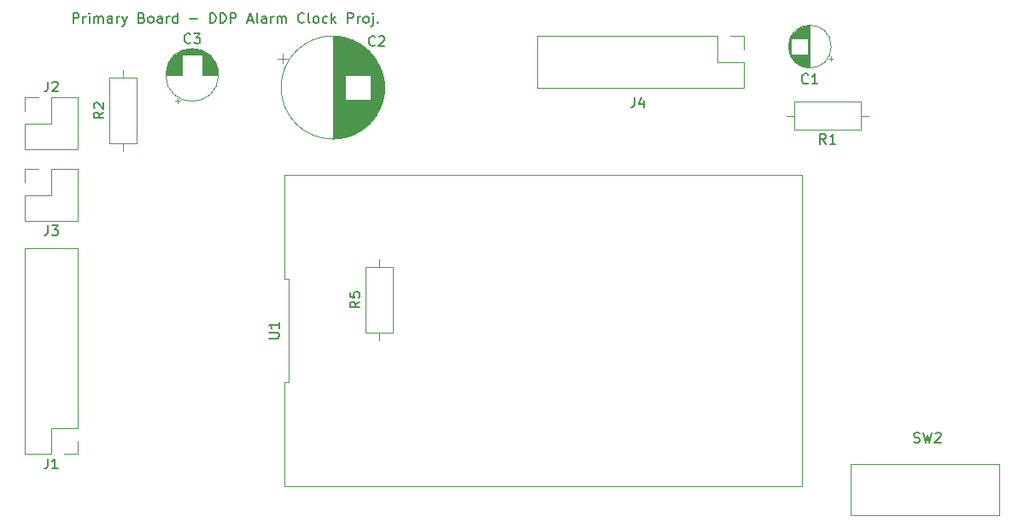
<source format=gbr>
G04 #@! TF.GenerationSoftware,KiCad,Pcbnew,(5.1.5)-3*
G04 #@! TF.CreationDate,2020-01-27T11:44:28-05:00*
G04 #@! TF.ProjectId,Main Board,4d61696e-2042-46f6-9172-642e6b696361,rev?*
G04 #@! TF.SameCoordinates,Original*
G04 #@! TF.FileFunction,Legend,Top*
G04 #@! TF.FilePolarity,Positive*
%FSLAX46Y46*%
G04 Gerber Fmt 4.6, Leading zero omitted, Abs format (unit mm)*
G04 Created by KiCad (PCBNEW (5.1.5)-3) date 2020-01-27 11:44:28*
%MOMM*%
%LPD*%
G04 APERTURE LIST*
%ADD10C,0.150000*%
%ADD11C,0.120000*%
G04 APERTURE END LIST*
D10*
X83456761Y-42362380D02*
X83456761Y-41362380D01*
X83837714Y-41362380D01*
X83932952Y-41410000D01*
X83980571Y-41457619D01*
X84028190Y-41552857D01*
X84028190Y-41695714D01*
X83980571Y-41790952D01*
X83932952Y-41838571D01*
X83837714Y-41886190D01*
X83456761Y-41886190D01*
X84456761Y-42362380D02*
X84456761Y-41695714D01*
X84456761Y-41886190D02*
X84504380Y-41790952D01*
X84551999Y-41743333D01*
X84647238Y-41695714D01*
X84742476Y-41695714D01*
X85075809Y-42362380D02*
X85075809Y-41695714D01*
X85075809Y-41362380D02*
X85028190Y-41410000D01*
X85075809Y-41457619D01*
X85123428Y-41410000D01*
X85075809Y-41362380D01*
X85075809Y-41457619D01*
X85551999Y-42362380D02*
X85551999Y-41695714D01*
X85551999Y-41790952D02*
X85599619Y-41743333D01*
X85694857Y-41695714D01*
X85837714Y-41695714D01*
X85932952Y-41743333D01*
X85980571Y-41838571D01*
X85980571Y-42362380D01*
X85980571Y-41838571D02*
X86028190Y-41743333D01*
X86123428Y-41695714D01*
X86266285Y-41695714D01*
X86361523Y-41743333D01*
X86409142Y-41838571D01*
X86409142Y-42362380D01*
X87313904Y-42362380D02*
X87313904Y-41838571D01*
X87266285Y-41743333D01*
X87171047Y-41695714D01*
X86980571Y-41695714D01*
X86885333Y-41743333D01*
X87313904Y-42314761D02*
X87218666Y-42362380D01*
X86980571Y-42362380D01*
X86885333Y-42314761D01*
X86837714Y-42219523D01*
X86837714Y-42124285D01*
X86885333Y-42029047D01*
X86980571Y-41981428D01*
X87218666Y-41981428D01*
X87313904Y-41933809D01*
X87790095Y-42362380D02*
X87790095Y-41695714D01*
X87790095Y-41886190D02*
X87837714Y-41790952D01*
X87885333Y-41743333D01*
X87980571Y-41695714D01*
X88075809Y-41695714D01*
X88313904Y-41695714D02*
X88551999Y-42362380D01*
X88790095Y-41695714D02*
X88551999Y-42362380D01*
X88456761Y-42600476D01*
X88409142Y-42648095D01*
X88313904Y-42695714D01*
X90266285Y-41838571D02*
X90409142Y-41886190D01*
X90456761Y-41933809D01*
X90504380Y-42029047D01*
X90504380Y-42171904D01*
X90456761Y-42267142D01*
X90409142Y-42314761D01*
X90313904Y-42362380D01*
X89932952Y-42362380D01*
X89932952Y-41362380D01*
X90266285Y-41362380D01*
X90361523Y-41410000D01*
X90409142Y-41457619D01*
X90456761Y-41552857D01*
X90456761Y-41648095D01*
X90409142Y-41743333D01*
X90361523Y-41790952D01*
X90266285Y-41838571D01*
X89932952Y-41838571D01*
X91075809Y-42362380D02*
X90980571Y-42314761D01*
X90932952Y-42267142D01*
X90885333Y-42171904D01*
X90885333Y-41886190D01*
X90932952Y-41790952D01*
X90980571Y-41743333D01*
X91075809Y-41695714D01*
X91218666Y-41695714D01*
X91313904Y-41743333D01*
X91361523Y-41790952D01*
X91409142Y-41886190D01*
X91409142Y-42171904D01*
X91361523Y-42267142D01*
X91313904Y-42314761D01*
X91218666Y-42362380D01*
X91075809Y-42362380D01*
X92266285Y-42362380D02*
X92266285Y-41838571D01*
X92218666Y-41743333D01*
X92123428Y-41695714D01*
X91932952Y-41695714D01*
X91837714Y-41743333D01*
X92266285Y-42314761D02*
X92171047Y-42362380D01*
X91932952Y-42362380D01*
X91837714Y-42314761D01*
X91790095Y-42219523D01*
X91790095Y-42124285D01*
X91837714Y-42029047D01*
X91932952Y-41981428D01*
X92171047Y-41981428D01*
X92266285Y-41933809D01*
X92742476Y-42362380D02*
X92742476Y-41695714D01*
X92742476Y-41886190D02*
X92790095Y-41790952D01*
X92837714Y-41743333D01*
X92932952Y-41695714D01*
X93028190Y-41695714D01*
X93790095Y-42362380D02*
X93790095Y-41362380D01*
X93790095Y-42314761D02*
X93694857Y-42362380D01*
X93504380Y-42362380D01*
X93409142Y-42314761D01*
X93361523Y-42267142D01*
X93313904Y-42171904D01*
X93313904Y-41886190D01*
X93361523Y-41790952D01*
X93409142Y-41743333D01*
X93504380Y-41695714D01*
X93694857Y-41695714D01*
X93790095Y-41743333D01*
X95028190Y-41981428D02*
X95790095Y-41981428D01*
X97028190Y-42362380D02*
X97028190Y-41362380D01*
X97266285Y-41362380D01*
X97409142Y-41410000D01*
X97504380Y-41505238D01*
X97551999Y-41600476D01*
X97599619Y-41790952D01*
X97599619Y-41933809D01*
X97551999Y-42124285D01*
X97504380Y-42219523D01*
X97409142Y-42314761D01*
X97266285Y-42362380D01*
X97028190Y-42362380D01*
X98028190Y-42362380D02*
X98028190Y-41362380D01*
X98266285Y-41362380D01*
X98409142Y-41410000D01*
X98504380Y-41505238D01*
X98551999Y-41600476D01*
X98599619Y-41790952D01*
X98599619Y-41933809D01*
X98551999Y-42124285D01*
X98504380Y-42219523D01*
X98409142Y-42314761D01*
X98266285Y-42362380D01*
X98028190Y-42362380D01*
X99028190Y-42362380D02*
X99028190Y-41362380D01*
X99409142Y-41362380D01*
X99504380Y-41410000D01*
X99551999Y-41457619D01*
X99599619Y-41552857D01*
X99599619Y-41695714D01*
X99551999Y-41790952D01*
X99504380Y-41838571D01*
X99409142Y-41886190D01*
X99028190Y-41886190D01*
X100742476Y-42076666D02*
X101218666Y-42076666D01*
X100647238Y-42362380D02*
X100980571Y-41362380D01*
X101313904Y-42362380D01*
X101790095Y-42362380D02*
X101694857Y-42314761D01*
X101647238Y-42219523D01*
X101647238Y-41362380D01*
X102599619Y-42362380D02*
X102599619Y-41838571D01*
X102551999Y-41743333D01*
X102456761Y-41695714D01*
X102266285Y-41695714D01*
X102171047Y-41743333D01*
X102599619Y-42314761D02*
X102504380Y-42362380D01*
X102266285Y-42362380D01*
X102171047Y-42314761D01*
X102123428Y-42219523D01*
X102123428Y-42124285D01*
X102171047Y-42029047D01*
X102266285Y-41981428D01*
X102504380Y-41981428D01*
X102599619Y-41933809D01*
X103075809Y-42362380D02*
X103075809Y-41695714D01*
X103075809Y-41886190D02*
X103123428Y-41790952D01*
X103171047Y-41743333D01*
X103266285Y-41695714D01*
X103361523Y-41695714D01*
X103694857Y-42362380D02*
X103694857Y-41695714D01*
X103694857Y-41790952D02*
X103742476Y-41743333D01*
X103837714Y-41695714D01*
X103980571Y-41695714D01*
X104075809Y-41743333D01*
X104123428Y-41838571D01*
X104123428Y-42362380D01*
X104123428Y-41838571D02*
X104171047Y-41743333D01*
X104266285Y-41695714D01*
X104409142Y-41695714D01*
X104504380Y-41743333D01*
X104551999Y-41838571D01*
X104551999Y-42362380D01*
X106361523Y-42267142D02*
X106313904Y-42314761D01*
X106171047Y-42362380D01*
X106075809Y-42362380D01*
X105932952Y-42314761D01*
X105837714Y-42219523D01*
X105790095Y-42124285D01*
X105742476Y-41933809D01*
X105742476Y-41790952D01*
X105790095Y-41600476D01*
X105837714Y-41505238D01*
X105932952Y-41410000D01*
X106075809Y-41362380D01*
X106171047Y-41362380D01*
X106313904Y-41410000D01*
X106361523Y-41457619D01*
X106932952Y-42362380D02*
X106837714Y-42314761D01*
X106790095Y-42219523D01*
X106790095Y-41362380D01*
X107456761Y-42362380D02*
X107361523Y-42314761D01*
X107313904Y-42267142D01*
X107266285Y-42171904D01*
X107266285Y-41886190D01*
X107313904Y-41790952D01*
X107361523Y-41743333D01*
X107456761Y-41695714D01*
X107599619Y-41695714D01*
X107694857Y-41743333D01*
X107742476Y-41790952D01*
X107790095Y-41886190D01*
X107790095Y-42171904D01*
X107742476Y-42267142D01*
X107694857Y-42314761D01*
X107599619Y-42362380D01*
X107456761Y-42362380D01*
X108647238Y-42314761D02*
X108551999Y-42362380D01*
X108361523Y-42362380D01*
X108266285Y-42314761D01*
X108218666Y-42267142D01*
X108171047Y-42171904D01*
X108171047Y-41886190D01*
X108218666Y-41790952D01*
X108266285Y-41743333D01*
X108361523Y-41695714D01*
X108551999Y-41695714D01*
X108647238Y-41743333D01*
X109075809Y-42362380D02*
X109075809Y-41362380D01*
X109171047Y-41981428D02*
X109456761Y-42362380D01*
X109456761Y-41695714D02*
X109075809Y-42076666D01*
X110647238Y-42362380D02*
X110647238Y-41362380D01*
X111028190Y-41362380D01*
X111123428Y-41410000D01*
X111171047Y-41457619D01*
X111218666Y-41552857D01*
X111218666Y-41695714D01*
X111171047Y-41790952D01*
X111123428Y-41838571D01*
X111028190Y-41886190D01*
X110647238Y-41886190D01*
X111647238Y-42362380D02*
X111647238Y-41695714D01*
X111647238Y-41886190D02*
X111694857Y-41790952D01*
X111742476Y-41743333D01*
X111837714Y-41695714D01*
X111932952Y-41695714D01*
X112409142Y-42362380D02*
X112313904Y-42314761D01*
X112266285Y-42267142D01*
X112218666Y-42171904D01*
X112218666Y-41886190D01*
X112266285Y-41790952D01*
X112313904Y-41743333D01*
X112409142Y-41695714D01*
X112551999Y-41695714D01*
X112647238Y-41743333D01*
X112694857Y-41790952D01*
X112742476Y-41886190D01*
X112742476Y-42171904D01*
X112694857Y-42267142D01*
X112647238Y-42314761D01*
X112551999Y-42362380D01*
X112409142Y-42362380D01*
X113171047Y-41695714D02*
X113171047Y-42552857D01*
X113123428Y-42648095D01*
X113028190Y-42695714D01*
X112980571Y-42695714D01*
X113171047Y-41362380D02*
X113123428Y-41410000D01*
X113171047Y-41457619D01*
X113218666Y-41410000D01*
X113171047Y-41362380D01*
X113171047Y-41457619D01*
X113647238Y-42267142D02*
X113694857Y-42314761D01*
X113647238Y-42362380D01*
X113599619Y-42314761D01*
X113647238Y-42267142D01*
X113647238Y-42362380D01*
D11*
X104418000Y-78054666D02*
X104418000Y-88367999D01*
X104778000Y-78054666D02*
X104418000Y-78054666D01*
X104778000Y-67741334D02*
X104778000Y-78054666D01*
X104418000Y-67741334D02*
X104778000Y-67741334D01*
X104418000Y-57428000D02*
X104418000Y-67741334D01*
X155678000Y-57428001D02*
X104418000Y-57428000D01*
X155678000Y-88368000D02*
X155678000Y-57428001D01*
X104418000Y-88367999D02*
X155678000Y-88368000D01*
X160528000Y-86106000D02*
X160528000Y-91186000D01*
X160528000Y-91186000D02*
X175260000Y-91186000D01*
X175260000Y-91186000D02*
X175260000Y-86106000D01*
X175260000Y-86106000D02*
X160528000Y-86106000D01*
X149920000Y-43628000D02*
X149920000Y-44958000D01*
X148590000Y-43628000D02*
X149920000Y-43628000D01*
X149920000Y-46228000D02*
X149920000Y-48828000D01*
X147320000Y-46228000D02*
X149920000Y-46228000D01*
X147320000Y-43628000D02*
X147320000Y-46228000D01*
X149920000Y-48828000D02*
X129480000Y-48828000D01*
X147320000Y-43628000D02*
X129480000Y-43628000D01*
X129480000Y-43628000D02*
X129480000Y-48828000D01*
X83880000Y-64710000D02*
X78680000Y-64710000D01*
X83880000Y-82550000D02*
X83880000Y-64710000D01*
X78680000Y-85150000D02*
X78680000Y-64710000D01*
X83880000Y-82550000D02*
X81280000Y-82550000D01*
X81280000Y-82550000D02*
X81280000Y-85150000D01*
X81280000Y-85150000D02*
X78680000Y-85150000D01*
X83880000Y-83820000D02*
X83880000Y-85150000D01*
X83880000Y-85150000D02*
X82550000Y-85150000D01*
X158600000Y-44704000D02*
G75*
G03X158600000Y-44704000I-2120000J0D01*
G01*
X156480000Y-46784000D02*
X156480000Y-42624000D01*
X156440000Y-46784000D02*
X156440000Y-42624000D01*
X156400000Y-46783000D02*
X156400000Y-42625000D01*
X156360000Y-46781000D02*
X156360000Y-42627000D01*
X156320000Y-46778000D02*
X156320000Y-42630000D01*
X156280000Y-46775000D02*
X156280000Y-45544000D01*
X156280000Y-43864000D02*
X156280000Y-42633000D01*
X156240000Y-46771000D02*
X156240000Y-45544000D01*
X156240000Y-43864000D02*
X156240000Y-42637000D01*
X156200000Y-46766000D02*
X156200000Y-45544000D01*
X156200000Y-43864000D02*
X156200000Y-42642000D01*
X156160000Y-46760000D02*
X156160000Y-45544000D01*
X156160000Y-43864000D02*
X156160000Y-42648000D01*
X156120000Y-46754000D02*
X156120000Y-45544000D01*
X156120000Y-43864000D02*
X156120000Y-42654000D01*
X156080000Y-46746000D02*
X156080000Y-45544000D01*
X156080000Y-43864000D02*
X156080000Y-42662000D01*
X156040000Y-46738000D02*
X156040000Y-45544000D01*
X156040000Y-43864000D02*
X156040000Y-42670000D01*
X156000000Y-46729000D02*
X156000000Y-45544000D01*
X156000000Y-43864000D02*
X156000000Y-42679000D01*
X155960000Y-46720000D02*
X155960000Y-45544000D01*
X155960000Y-43864000D02*
X155960000Y-42688000D01*
X155920000Y-46709000D02*
X155920000Y-45544000D01*
X155920000Y-43864000D02*
X155920000Y-42699000D01*
X155880000Y-46698000D02*
X155880000Y-45544000D01*
X155880000Y-43864000D02*
X155880000Y-42710000D01*
X155840000Y-46686000D02*
X155840000Y-45544000D01*
X155840000Y-43864000D02*
X155840000Y-42722000D01*
X155800000Y-46672000D02*
X155800000Y-45544000D01*
X155800000Y-43864000D02*
X155800000Y-42736000D01*
X155759000Y-46658000D02*
X155759000Y-45544000D01*
X155759000Y-43864000D02*
X155759000Y-42750000D01*
X155719000Y-46644000D02*
X155719000Y-45544000D01*
X155719000Y-43864000D02*
X155719000Y-42764000D01*
X155679000Y-46628000D02*
X155679000Y-45544000D01*
X155679000Y-43864000D02*
X155679000Y-42780000D01*
X155639000Y-46611000D02*
X155639000Y-45544000D01*
X155639000Y-43864000D02*
X155639000Y-42797000D01*
X155599000Y-46593000D02*
X155599000Y-45544000D01*
X155599000Y-43864000D02*
X155599000Y-42815000D01*
X155559000Y-46574000D02*
X155559000Y-45544000D01*
X155559000Y-43864000D02*
X155559000Y-42834000D01*
X155519000Y-46555000D02*
X155519000Y-45544000D01*
X155519000Y-43864000D02*
X155519000Y-42853000D01*
X155479000Y-46534000D02*
X155479000Y-45544000D01*
X155479000Y-43864000D02*
X155479000Y-42874000D01*
X155439000Y-46512000D02*
X155439000Y-45544000D01*
X155439000Y-43864000D02*
X155439000Y-42896000D01*
X155399000Y-46489000D02*
X155399000Y-45544000D01*
X155399000Y-43864000D02*
X155399000Y-42919000D01*
X155359000Y-46464000D02*
X155359000Y-45544000D01*
X155359000Y-43864000D02*
X155359000Y-42944000D01*
X155319000Y-46439000D02*
X155319000Y-45544000D01*
X155319000Y-43864000D02*
X155319000Y-42969000D01*
X155279000Y-46412000D02*
X155279000Y-45544000D01*
X155279000Y-43864000D02*
X155279000Y-42996000D01*
X155239000Y-46384000D02*
X155239000Y-45544000D01*
X155239000Y-43864000D02*
X155239000Y-43024000D01*
X155199000Y-46354000D02*
X155199000Y-45544000D01*
X155199000Y-43864000D02*
X155199000Y-43054000D01*
X155159000Y-46323000D02*
X155159000Y-45544000D01*
X155159000Y-43864000D02*
X155159000Y-43085000D01*
X155119000Y-46291000D02*
X155119000Y-45544000D01*
X155119000Y-43864000D02*
X155119000Y-43117000D01*
X155079000Y-46256000D02*
X155079000Y-45544000D01*
X155079000Y-43864000D02*
X155079000Y-43152000D01*
X155039000Y-46220000D02*
X155039000Y-45544000D01*
X155039000Y-43864000D02*
X155039000Y-43188000D01*
X154999000Y-46182000D02*
X154999000Y-45544000D01*
X154999000Y-43864000D02*
X154999000Y-43226000D01*
X154959000Y-46142000D02*
X154959000Y-45544000D01*
X154959000Y-43864000D02*
X154959000Y-43266000D01*
X154919000Y-46100000D02*
X154919000Y-45544000D01*
X154919000Y-43864000D02*
X154919000Y-43308000D01*
X154879000Y-46055000D02*
X154879000Y-45544000D01*
X154879000Y-43864000D02*
X154879000Y-43353000D01*
X154839000Y-46008000D02*
X154839000Y-45544000D01*
X154839000Y-43864000D02*
X154839000Y-43400000D01*
X154799000Y-45958000D02*
X154799000Y-45544000D01*
X154799000Y-43864000D02*
X154799000Y-43450000D01*
X154759000Y-45904000D02*
X154759000Y-45544000D01*
X154759000Y-43864000D02*
X154759000Y-43504000D01*
X154719000Y-45846000D02*
X154719000Y-45544000D01*
X154719000Y-43864000D02*
X154719000Y-43562000D01*
X154679000Y-45784000D02*
X154679000Y-45544000D01*
X154679000Y-43864000D02*
X154679000Y-43624000D01*
X154639000Y-45717000D02*
X154639000Y-43691000D01*
X154599000Y-45644000D02*
X154599000Y-43764000D01*
X154559000Y-45563000D02*
X154559000Y-43845000D01*
X154519000Y-45472000D02*
X154519000Y-43936000D01*
X154479000Y-45368000D02*
X154479000Y-44040000D01*
X154439000Y-45241000D02*
X154439000Y-44167000D01*
X154399000Y-45074000D02*
X154399000Y-44334000D01*
X158749801Y-45899000D02*
X158349801Y-45899000D01*
X158549801Y-46099000D02*
X158549801Y-45699000D01*
X114300000Y-48768000D02*
G75*
G03X114300000Y-48768000I-5120000J0D01*
G01*
X109180000Y-43688000D02*
X109180000Y-53848000D01*
X109220000Y-43688000D02*
X109220000Y-53848000D01*
X109260000Y-43688000D02*
X109260000Y-53848000D01*
X109300000Y-43689000D02*
X109300000Y-53847000D01*
X109340000Y-43690000D02*
X109340000Y-53846000D01*
X109380000Y-43691000D02*
X109380000Y-53845000D01*
X109420000Y-43693000D02*
X109420000Y-53843000D01*
X109460000Y-43695000D02*
X109460000Y-53841000D01*
X109500000Y-43698000D02*
X109500000Y-53838000D01*
X109540000Y-43700000D02*
X109540000Y-53836000D01*
X109580000Y-43703000D02*
X109580000Y-53833000D01*
X109620000Y-43706000D02*
X109620000Y-53830000D01*
X109660000Y-43710000D02*
X109660000Y-53826000D01*
X109700000Y-43714000D02*
X109700000Y-53822000D01*
X109740000Y-43718000D02*
X109740000Y-53818000D01*
X109780000Y-43723000D02*
X109780000Y-53813000D01*
X109820000Y-43728000D02*
X109820000Y-53808000D01*
X109860000Y-43733000D02*
X109860000Y-53803000D01*
X109901000Y-43738000D02*
X109901000Y-53798000D01*
X109941000Y-43744000D02*
X109941000Y-53792000D01*
X109981000Y-43750000D02*
X109981000Y-53786000D01*
X110021000Y-43757000D02*
X110021000Y-53779000D01*
X110061000Y-43764000D02*
X110061000Y-53772000D01*
X110101000Y-43771000D02*
X110101000Y-53765000D01*
X110141000Y-43778000D02*
X110141000Y-53758000D01*
X110181000Y-43786000D02*
X110181000Y-53750000D01*
X110221000Y-43794000D02*
X110221000Y-53742000D01*
X110261000Y-43803000D02*
X110261000Y-53733000D01*
X110301000Y-43812000D02*
X110301000Y-53724000D01*
X110341000Y-43821000D02*
X110341000Y-53715000D01*
X110381000Y-43830000D02*
X110381000Y-53706000D01*
X110421000Y-43840000D02*
X110421000Y-53696000D01*
X110461000Y-43850000D02*
X110461000Y-47527000D01*
X110461000Y-50009000D02*
X110461000Y-53686000D01*
X110501000Y-43861000D02*
X110501000Y-47527000D01*
X110501000Y-50009000D02*
X110501000Y-53675000D01*
X110541000Y-43871000D02*
X110541000Y-47527000D01*
X110541000Y-50009000D02*
X110541000Y-53665000D01*
X110581000Y-43883000D02*
X110581000Y-47527000D01*
X110581000Y-50009000D02*
X110581000Y-53653000D01*
X110621000Y-43894000D02*
X110621000Y-47527000D01*
X110621000Y-50009000D02*
X110621000Y-53642000D01*
X110661000Y-43906000D02*
X110661000Y-47527000D01*
X110661000Y-50009000D02*
X110661000Y-53630000D01*
X110701000Y-43918000D02*
X110701000Y-47527000D01*
X110701000Y-50009000D02*
X110701000Y-53618000D01*
X110741000Y-43931000D02*
X110741000Y-47527000D01*
X110741000Y-50009000D02*
X110741000Y-53605000D01*
X110781000Y-43944000D02*
X110781000Y-47527000D01*
X110781000Y-50009000D02*
X110781000Y-53592000D01*
X110821000Y-43957000D02*
X110821000Y-47527000D01*
X110821000Y-50009000D02*
X110821000Y-53579000D01*
X110861000Y-43971000D02*
X110861000Y-47527000D01*
X110861000Y-50009000D02*
X110861000Y-53565000D01*
X110901000Y-43985000D02*
X110901000Y-47527000D01*
X110901000Y-50009000D02*
X110901000Y-53551000D01*
X110941000Y-44000000D02*
X110941000Y-47527000D01*
X110941000Y-50009000D02*
X110941000Y-53536000D01*
X110981000Y-44014000D02*
X110981000Y-47527000D01*
X110981000Y-50009000D02*
X110981000Y-53522000D01*
X111021000Y-44030000D02*
X111021000Y-47527000D01*
X111021000Y-50009000D02*
X111021000Y-53506000D01*
X111061000Y-44045000D02*
X111061000Y-47527000D01*
X111061000Y-50009000D02*
X111061000Y-53491000D01*
X111101000Y-44061000D02*
X111101000Y-47527000D01*
X111101000Y-50009000D02*
X111101000Y-53475000D01*
X111141000Y-44078000D02*
X111141000Y-47527000D01*
X111141000Y-50009000D02*
X111141000Y-53458000D01*
X111181000Y-44094000D02*
X111181000Y-47527000D01*
X111181000Y-50009000D02*
X111181000Y-53442000D01*
X111221000Y-44111000D02*
X111221000Y-47527000D01*
X111221000Y-50009000D02*
X111221000Y-53425000D01*
X111261000Y-44129000D02*
X111261000Y-47527000D01*
X111261000Y-50009000D02*
X111261000Y-53407000D01*
X111301000Y-44147000D02*
X111301000Y-47527000D01*
X111301000Y-50009000D02*
X111301000Y-53389000D01*
X111341000Y-44165000D02*
X111341000Y-47527000D01*
X111341000Y-50009000D02*
X111341000Y-53371000D01*
X111381000Y-44184000D02*
X111381000Y-47527000D01*
X111381000Y-50009000D02*
X111381000Y-53352000D01*
X111421000Y-44204000D02*
X111421000Y-47527000D01*
X111421000Y-50009000D02*
X111421000Y-53332000D01*
X111461000Y-44223000D02*
X111461000Y-47527000D01*
X111461000Y-50009000D02*
X111461000Y-53313000D01*
X111501000Y-44243000D02*
X111501000Y-47527000D01*
X111501000Y-50009000D02*
X111501000Y-53293000D01*
X111541000Y-44264000D02*
X111541000Y-47527000D01*
X111541000Y-50009000D02*
X111541000Y-53272000D01*
X111581000Y-44285000D02*
X111581000Y-47527000D01*
X111581000Y-50009000D02*
X111581000Y-53251000D01*
X111621000Y-44306000D02*
X111621000Y-47527000D01*
X111621000Y-50009000D02*
X111621000Y-53230000D01*
X111661000Y-44328000D02*
X111661000Y-47527000D01*
X111661000Y-50009000D02*
X111661000Y-53208000D01*
X111701000Y-44351000D02*
X111701000Y-47527000D01*
X111701000Y-50009000D02*
X111701000Y-53185000D01*
X111741000Y-44373000D02*
X111741000Y-47527000D01*
X111741000Y-50009000D02*
X111741000Y-53163000D01*
X111781000Y-44397000D02*
X111781000Y-47527000D01*
X111781000Y-50009000D02*
X111781000Y-53139000D01*
X111821000Y-44421000D02*
X111821000Y-47527000D01*
X111821000Y-50009000D02*
X111821000Y-53115000D01*
X111861000Y-44445000D02*
X111861000Y-47527000D01*
X111861000Y-50009000D02*
X111861000Y-53091000D01*
X111901000Y-44470000D02*
X111901000Y-47527000D01*
X111901000Y-50009000D02*
X111901000Y-53066000D01*
X111941000Y-44495000D02*
X111941000Y-47527000D01*
X111941000Y-50009000D02*
X111941000Y-53041000D01*
X111981000Y-44521000D02*
X111981000Y-47527000D01*
X111981000Y-50009000D02*
X111981000Y-53015000D01*
X112021000Y-44547000D02*
X112021000Y-47527000D01*
X112021000Y-50009000D02*
X112021000Y-52989000D01*
X112061000Y-44574000D02*
X112061000Y-47527000D01*
X112061000Y-50009000D02*
X112061000Y-52962000D01*
X112101000Y-44602000D02*
X112101000Y-47527000D01*
X112101000Y-50009000D02*
X112101000Y-52934000D01*
X112141000Y-44630000D02*
X112141000Y-47527000D01*
X112141000Y-50009000D02*
X112141000Y-52906000D01*
X112181000Y-44658000D02*
X112181000Y-47527000D01*
X112181000Y-50009000D02*
X112181000Y-52878000D01*
X112221000Y-44688000D02*
X112221000Y-47527000D01*
X112221000Y-50009000D02*
X112221000Y-52848000D01*
X112261000Y-44718000D02*
X112261000Y-47527000D01*
X112261000Y-50009000D02*
X112261000Y-52818000D01*
X112301000Y-44748000D02*
X112301000Y-47527000D01*
X112301000Y-50009000D02*
X112301000Y-52788000D01*
X112341000Y-44779000D02*
X112341000Y-47527000D01*
X112341000Y-50009000D02*
X112341000Y-52757000D01*
X112381000Y-44811000D02*
X112381000Y-47527000D01*
X112381000Y-50009000D02*
X112381000Y-52725000D01*
X112421000Y-44843000D02*
X112421000Y-47527000D01*
X112421000Y-50009000D02*
X112421000Y-52693000D01*
X112461000Y-44876000D02*
X112461000Y-47527000D01*
X112461000Y-50009000D02*
X112461000Y-52660000D01*
X112501000Y-44910000D02*
X112501000Y-47527000D01*
X112501000Y-50009000D02*
X112501000Y-52626000D01*
X112541000Y-44944000D02*
X112541000Y-47527000D01*
X112541000Y-50009000D02*
X112541000Y-52592000D01*
X112581000Y-44979000D02*
X112581000Y-47527000D01*
X112581000Y-50009000D02*
X112581000Y-52557000D01*
X112621000Y-45015000D02*
X112621000Y-47527000D01*
X112621000Y-50009000D02*
X112621000Y-52521000D01*
X112661000Y-45052000D02*
X112661000Y-47527000D01*
X112661000Y-50009000D02*
X112661000Y-52484000D01*
X112701000Y-45089000D02*
X112701000Y-47527000D01*
X112701000Y-50009000D02*
X112701000Y-52447000D01*
X112741000Y-45128000D02*
X112741000Y-47527000D01*
X112741000Y-50009000D02*
X112741000Y-52408000D01*
X112781000Y-45167000D02*
X112781000Y-47527000D01*
X112781000Y-50009000D02*
X112781000Y-52369000D01*
X112821000Y-45207000D02*
X112821000Y-47527000D01*
X112821000Y-50009000D02*
X112821000Y-52329000D01*
X112861000Y-45248000D02*
X112861000Y-47527000D01*
X112861000Y-50009000D02*
X112861000Y-52288000D01*
X112901000Y-45290000D02*
X112901000Y-47527000D01*
X112901000Y-50009000D02*
X112901000Y-52246000D01*
X112941000Y-45332000D02*
X112941000Y-52204000D01*
X112981000Y-45376000D02*
X112981000Y-52160000D01*
X113021000Y-45421000D02*
X113021000Y-52115000D01*
X113061000Y-45467000D02*
X113061000Y-52069000D01*
X113101000Y-45514000D02*
X113101000Y-52022000D01*
X113141000Y-45562000D02*
X113141000Y-51974000D01*
X113181000Y-45612000D02*
X113181000Y-51924000D01*
X113221000Y-45662000D02*
X113221000Y-51874000D01*
X113261000Y-45714000D02*
X113261000Y-51822000D01*
X113301000Y-45768000D02*
X113301000Y-51768000D01*
X113341000Y-45823000D02*
X113341000Y-51713000D01*
X113381000Y-45879000D02*
X113381000Y-51657000D01*
X113421000Y-45938000D02*
X113421000Y-51598000D01*
X113461000Y-45998000D02*
X113461000Y-51538000D01*
X113501000Y-46059000D02*
X113501000Y-51477000D01*
X113541000Y-46123000D02*
X113541000Y-51413000D01*
X113581000Y-46189000D02*
X113581000Y-51347000D01*
X113621000Y-46258000D02*
X113621000Y-51278000D01*
X113661000Y-46329000D02*
X113661000Y-51207000D01*
X113701000Y-46403000D02*
X113701000Y-51133000D01*
X113741000Y-46479000D02*
X113741000Y-51057000D01*
X113781000Y-46559000D02*
X113781000Y-50977000D01*
X113821000Y-46643000D02*
X113821000Y-50893000D01*
X113861000Y-46731000D02*
X113861000Y-50805000D01*
X113901000Y-46824000D02*
X113901000Y-50712000D01*
X113941000Y-46922000D02*
X113941000Y-50614000D01*
X113981000Y-47026000D02*
X113981000Y-50510000D01*
X114021000Y-47138000D02*
X114021000Y-50398000D01*
X114061000Y-47258000D02*
X114061000Y-50278000D01*
X114101000Y-47390000D02*
X114101000Y-50146000D01*
X114141000Y-47538000D02*
X114141000Y-49998000D01*
X114181000Y-47706000D02*
X114181000Y-49830000D01*
X114221000Y-47906000D02*
X114221000Y-49630000D01*
X114261000Y-48169000D02*
X114261000Y-49367000D01*
X103700354Y-45893000D02*
X104700354Y-45893000D01*
X104200354Y-45393000D02*
X104200354Y-46393000D01*
X97870000Y-47514000D02*
G75*
G03X97870000Y-47514000I-2620000J0D01*
G01*
X96290000Y-47514000D02*
X97830000Y-47514000D01*
X92670000Y-47514000D02*
X94210000Y-47514000D01*
X96290000Y-47474000D02*
X97830000Y-47474000D01*
X92670000Y-47474000D02*
X94210000Y-47474000D01*
X92671000Y-47434000D02*
X94210000Y-47434000D01*
X96290000Y-47434000D02*
X97829000Y-47434000D01*
X92672000Y-47394000D02*
X94210000Y-47394000D01*
X96290000Y-47394000D02*
X97828000Y-47394000D01*
X92674000Y-47354000D02*
X94210000Y-47354000D01*
X96290000Y-47354000D02*
X97826000Y-47354000D01*
X92677000Y-47314000D02*
X94210000Y-47314000D01*
X96290000Y-47314000D02*
X97823000Y-47314000D01*
X92681000Y-47274000D02*
X94210000Y-47274000D01*
X96290000Y-47274000D02*
X97819000Y-47274000D01*
X92685000Y-47234000D02*
X94210000Y-47234000D01*
X96290000Y-47234000D02*
X97815000Y-47234000D01*
X92689000Y-47194000D02*
X94210000Y-47194000D01*
X96290000Y-47194000D02*
X97811000Y-47194000D01*
X92694000Y-47154000D02*
X94210000Y-47154000D01*
X96290000Y-47154000D02*
X97806000Y-47154000D01*
X92700000Y-47114000D02*
X94210000Y-47114000D01*
X96290000Y-47114000D02*
X97800000Y-47114000D01*
X92707000Y-47074000D02*
X94210000Y-47074000D01*
X96290000Y-47074000D02*
X97793000Y-47074000D01*
X92714000Y-47034000D02*
X94210000Y-47034000D01*
X96290000Y-47034000D02*
X97786000Y-47034000D01*
X92722000Y-46994000D02*
X94210000Y-46994000D01*
X96290000Y-46994000D02*
X97778000Y-46994000D01*
X92730000Y-46954000D02*
X94210000Y-46954000D01*
X96290000Y-46954000D02*
X97770000Y-46954000D01*
X92739000Y-46914000D02*
X94210000Y-46914000D01*
X96290000Y-46914000D02*
X97761000Y-46914000D01*
X92749000Y-46874000D02*
X94210000Y-46874000D01*
X96290000Y-46874000D02*
X97751000Y-46874000D01*
X92759000Y-46834000D02*
X94210000Y-46834000D01*
X96290000Y-46834000D02*
X97741000Y-46834000D01*
X92770000Y-46793000D02*
X94210000Y-46793000D01*
X96290000Y-46793000D02*
X97730000Y-46793000D01*
X92782000Y-46753000D02*
X94210000Y-46753000D01*
X96290000Y-46753000D02*
X97718000Y-46753000D01*
X92795000Y-46713000D02*
X94210000Y-46713000D01*
X96290000Y-46713000D02*
X97705000Y-46713000D01*
X92808000Y-46673000D02*
X94210000Y-46673000D01*
X96290000Y-46673000D02*
X97692000Y-46673000D01*
X92822000Y-46633000D02*
X94210000Y-46633000D01*
X96290000Y-46633000D02*
X97678000Y-46633000D01*
X92836000Y-46593000D02*
X94210000Y-46593000D01*
X96290000Y-46593000D02*
X97664000Y-46593000D01*
X92852000Y-46553000D02*
X94210000Y-46553000D01*
X96290000Y-46553000D02*
X97648000Y-46553000D01*
X92868000Y-46513000D02*
X94210000Y-46513000D01*
X96290000Y-46513000D02*
X97632000Y-46513000D01*
X92885000Y-46473000D02*
X94210000Y-46473000D01*
X96290000Y-46473000D02*
X97615000Y-46473000D01*
X92902000Y-46433000D02*
X94210000Y-46433000D01*
X96290000Y-46433000D02*
X97598000Y-46433000D01*
X92921000Y-46393000D02*
X94210000Y-46393000D01*
X96290000Y-46393000D02*
X97579000Y-46393000D01*
X92940000Y-46353000D02*
X94210000Y-46353000D01*
X96290000Y-46353000D02*
X97560000Y-46353000D01*
X92960000Y-46313000D02*
X94210000Y-46313000D01*
X96290000Y-46313000D02*
X97540000Y-46313000D01*
X92982000Y-46273000D02*
X94210000Y-46273000D01*
X96290000Y-46273000D02*
X97518000Y-46273000D01*
X93003000Y-46233000D02*
X94210000Y-46233000D01*
X96290000Y-46233000D02*
X97497000Y-46233000D01*
X93026000Y-46193000D02*
X94210000Y-46193000D01*
X96290000Y-46193000D02*
X97474000Y-46193000D01*
X93050000Y-46153000D02*
X94210000Y-46153000D01*
X96290000Y-46153000D02*
X97450000Y-46153000D01*
X93075000Y-46113000D02*
X94210000Y-46113000D01*
X96290000Y-46113000D02*
X97425000Y-46113000D01*
X93101000Y-46073000D02*
X94210000Y-46073000D01*
X96290000Y-46073000D02*
X97399000Y-46073000D01*
X93128000Y-46033000D02*
X94210000Y-46033000D01*
X96290000Y-46033000D02*
X97372000Y-46033000D01*
X93155000Y-45993000D02*
X94210000Y-45993000D01*
X96290000Y-45993000D02*
X97345000Y-45993000D01*
X93185000Y-45953000D02*
X94210000Y-45953000D01*
X96290000Y-45953000D02*
X97315000Y-45953000D01*
X93215000Y-45913000D02*
X94210000Y-45913000D01*
X96290000Y-45913000D02*
X97285000Y-45913000D01*
X93246000Y-45873000D02*
X94210000Y-45873000D01*
X96290000Y-45873000D02*
X97254000Y-45873000D01*
X93279000Y-45833000D02*
X94210000Y-45833000D01*
X96290000Y-45833000D02*
X97221000Y-45833000D01*
X93313000Y-45793000D02*
X94210000Y-45793000D01*
X96290000Y-45793000D02*
X97187000Y-45793000D01*
X93349000Y-45753000D02*
X94210000Y-45753000D01*
X96290000Y-45753000D02*
X97151000Y-45753000D01*
X93386000Y-45713000D02*
X94210000Y-45713000D01*
X96290000Y-45713000D02*
X97114000Y-45713000D01*
X93424000Y-45673000D02*
X94210000Y-45673000D01*
X96290000Y-45673000D02*
X97076000Y-45673000D01*
X93465000Y-45633000D02*
X94210000Y-45633000D01*
X96290000Y-45633000D02*
X97035000Y-45633000D01*
X93507000Y-45593000D02*
X94210000Y-45593000D01*
X96290000Y-45593000D02*
X96993000Y-45593000D01*
X93551000Y-45553000D02*
X94210000Y-45553000D01*
X96290000Y-45553000D02*
X96949000Y-45553000D01*
X93597000Y-45513000D02*
X94210000Y-45513000D01*
X96290000Y-45513000D02*
X96903000Y-45513000D01*
X93645000Y-45473000D02*
X96855000Y-45473000D01*
X93696000Y-45433000D02*
X96804000Y-45433000D01*
X93750000Y-45393000D02*
X96750000Y-45393000D01*
X93807000Y-45353000D02*
X96693000Y-45353000D01*
X93867000Y-45313000D02*
X96633000Y-45313000D01*
X93931000Y-45273000D02*
X96569000Y-45273000D01*
X93999000Y-45233000D02*
X96501000Y-45233000D01*
X94072000Y-45193000D02*
X96428000Y-45193000D01*
X94152000Y-45153000D02*
X96348000Y-45153000D01*
X94239000Y-45113000D02*
X96261000Y-45113000D01*
X94335000Y-45073000D02*
X96165000Y-45073000D01*
X94445000Y-45033000D02*
X96055000Y-45033000D01*
X94573000Y-44993000D02*
X95927000Y-44993000D01*
X94732000Y-44953000D02*
X95768000Y-44953000D01*
X94966000Y-44913000D02*
X95534000Y-44913000D01*
X93775000Y-50318775D02*
X93775000Y-49818775D01*
X93525000Y-50068775D02*
X94025000Y-50068775D01*
X78680000Y-54924000D02*
X83880000Y-54924000D01*
X78680000Y-52324000D02*
X78680000Y-54924000D01*
X83880000Y-49724000D02*
X83880000Y-54924000D01*
X78680000Y-52324000D02*
X81280000Y-52324000D01*
X81280000Y-52324000D02*
X81280000Y-49724000D01*
X81280000Y-49724000D02*
X83880000Y-49724000D01*
X78680000Y-51054000D02*
X78680000Y-49724000D01*
X78680000Y-49724000D02*
X80010000Y-49724000D01*
X78680000Y-56836000D02*
X80010000Y-56836000D01*
X78680000Y-58166000D02*
X78680000Y-56836000D01*
X81280000Y-56836000D02*
X83880000Y-56836000D01*
X81280000Y-59436000D02*
X81280000Y-56836000D01*
X78680000Y-59436000D02*
X81280000Y-59436000D01*
X83880000Y-56836000D02*
X83880000Y-62036000D01*
X78680000Y-59436000D02*
X78680000Y-62036000D01*
X78680000Y-62036000D02*
X83880000Y-62036000D01*
X161512000Y-52932000D02*
X161512000Y-50192000D01*
X161512000Y-50192000D02*
X154972000Y-50192000D01*
X154972000Y-50192000D02*
X154972000Y-52932000D01*
X154972000Y-52932000D02*
X161512000Y-52932000D01*
X162282000Y-51562000D02*
X161512000Y-51562000D01*
X154202000Y-51562000D02*
X154972000Y-51562000D01*
X88392000Y-47014000D02*
X88392000Y-47784000D01*
X88392000Y-55094000D02*
X88392000Y-54324000D01*
X87022000Y-47784000D02*
X87022000Y-54324000D01*
X89762000Y-47784000D02*
X87022000Y-47784000D01*
X89762000Y-54324000D02*
X89762000Y-47784000D01*
X87022000Y-54324000D02*
X89762000Y-54324000D01*
X112422000Y-73120000D02*
X115162000Y-73120000D01*
X115162000Y-73120000D02*
X115162000Y-66580000D01*
X115162000Y-66580000D02*
X112422000Y-66580000D01*
X112422000Y-66580000D02*
X112422000Y-73120000D01*
X113792000Y-73890000D02*
X113792000Y-73120000D01*
X113792000Y-65810000D02*
X113792000Y-66580000D01*
D10*
X102870380Y-73659904D02*
X103679904Y-73659904D01*
X103775142Y-73612285D01*
X103822761Y-73564666D01*
X103870380Y-73469428D01*
X103870380Y-73278952D01*
X103822761Y-73183714D01*
X103775142Y-73136095D01*
X103679904Y-73088476D01*
X102870380Y-73088476D01*
X103870380Y-72088476D02*
X103870380Y-72659904D01*
X103870380Y-72374190D02*
X102870380Y-72374190D01*
X103013238Y-72469428D01*
X103108476Y-72564666D01*
X103156095Y-72659904D01*
X166814666Y-83970761D02*
X166957523Y-84018380D01*
X167195619Y-84018380D01*
X167290857Y-83970761D01*
X167338476Y-83923142D01*
X167386095Y-83827904D01*
X167386095Y-83732666D01*
X167338476Y-83637428D01*
X167290857Y-83589809D01*
X167195619Y-83542190D01*
X167005142Y-83494571D01*
X166909904Y-83446952D01*
X166862285Y-83399333D01*
X166814666Y-83304095D01*
X166814666Y-83208857D01*
X166862285Y-83113619D01*
X166909904Y-83066000D01*
X167005142Y-83018380D01*
X167243238Y-83018380D01*
X167386095Y-83066000D01*
X167719428Y-83018380D02*
X167957523Y-84018380D01*
X168148000Y-83304095D01*
X168338476Y-84018380D01*
X168576571Y-83018380D01*
X168909904Y-83113619D02*
X168957523Y-83066000D01*
X169052761Y-83018380D01*
X169290857Y-83018380D01*
X169386095Y-83066000D01*
X169433714Y-83113619D01*
X169481333Y-83208857D01*
X169481333Y-83304095D01*
X169433714Y-83446952D01*
X168862285Y-84018380D01*
X169481333Y-84018380D01*
X139112666Y-49744380D02*
X139112666Y-50458666D01*
X139065047Y-50601523D01*
X138969809Y-50696761D01*
X138826952Y-50744380D01*
X138731714Y-50744380D01*
X140017428Y-50077714D02*
X140017428Y-50744380D01*
X139779333Y-49696761D02*
X139541238Y-50411047D01*
X140160285Y-50411047D01*
X80946666Y-85602380D02*
X80946666Y-86316666D01*
X80899047Y-86459523D01*
X80803809Y-86554761D01*
X80660952Y-86602380D01*
X80565714Y-86602380D01*
X81946666Y-86602380D02*
X81375238Y-86602380D01*
X81660952Y-86602380D02*
X81660952Y-85602380D01*
X81565714Y-85745238D01*
X81470476Y-85840476D01*
X81375238Y-85888095D01*
X156313333Y-48311142D02*
X156265714Y-48358761D01*
X156122857Y-48406380D01*
X156027619Y-48406380D01*
X155884761Y-48358761D01*
X155789523Y-48263523D01*
X155741904Y-48168285D01*
X155694285Y-47977809D01*
X155694285Y-47834952D01*
X155741904Y-47644476D01*
X155789523Y-47549238D01*
X155884761Y-47454000D01*
X156027619Y-47406380D01*
X156122857Y-47406380D01*
X156265714Y-47454000D01*
X156313333Y-47501619D01*
X157265714Y-48406380D02*
X156694285Y-48406380D01*
X156980000Y-48406380D02*
X156980000Y-47406380D01*
X156884761Y-47549238D01*
X156789523Y-47644476D01*
X156694285Y-47692095D01*
X113371333Y-44553142D02*
X113323714Y-44600761D01*
X113180857Y-44648380D01*
X113085619Y-44648380D01*
X112942761Y-44600761D01*
X112847523Y-44505523D01*
X112799904Y-44410285D01*
X112752285Y-44219809D01*
X112752285Y-44076952D01*
X112799904Y-43886476D01*
X112847523Y-43791238D01*
X112942761Y-43696000D01*
X113085619Y-43648380D01*
X113180857Y-43648380D01*
X113323714Y-43696000D01*
X113371333Y-43743619D01*
X113752285Y-43743619D02*
X113799904Y-43696000D01*
X113895142Y-43648380D01*
X114133238Y-43648380D01*
X114228476Y-43696000D01*
X114276095Y-43743619D01*
X114323714Y-43838857D01*
X114323714Y-43934095D01*
X114276095Y-44076952D01*
X113704666Y-44648380D01*
X114323714Y-44648380D01*
X95083333Y-44299142D02*
X95035714Y-44346761D01*
X94892857Y-44394380D01*
X94797619Y-44394380D01*
X94654761Y-44346761D01*
X94559523Y-44251523D01*
X94511904Y-44156285D01*
X94464285Y-43965809D01*
X94464285Y-43822952D01*
X94511904Y-43632476D01*
X94559523Y-43537238D01*
X94654761Y-43442000D01*
X94797619Y-43394380D01*
X94892857Y-43394380D01*
X95035714Y-43442000D01*
X95083333Y-43489619D01*
X95416666Y-43394380D02*
X96035714Y-43394380D01*
X95702380Y-43775333D01*
X95845238Y-43775333D01*
X95940476Y-43822952D01*
X95988095Y-43870571D01*
X96035714Y-43965809D01*
X96035714Y-44203904D01*
X95988095Y-44299142D01*
X95940476Y-44346761D01*
X95845238Y-44394380D01*
X95559523Y-44394380D01*
X95464285Y-44346761D01*
X95416666Y-44299142D01*
X80946666Y-48176380D02*
X80946666Y-48890666D01*
X80899047Y-49033523D01*
X80803809Y-49128761D01*
X80660952Y-49176380D01*
X80565714Y-49176380D01*
X81375238Y-48271619D02*
X81422857Y-48224000D01*
X81518095Y-48176380D01*
X81756190Y-48176380D01*
X81851428Y-48224000D01*
X81899047Y-48271619D01*
X81946666Y-48366857D01*
X81946666Y-48462095D01*
X81899047Y-48604952D01*
X81327619Y-49176380D01*
X81946666Y-49176380D01*
X80946666Y-62444380D02*
X80946666Y-63158666D01*
X80899047Y-63301523D01*
X80803809Y-63396761D01*
X80660952Y-63444380D01*
X80565714Y-63444380D01*
X81327619Y-62444380D02*
X81946666Y-62444380D01*
X81613333Y-62825333D01*
X81756190Y-62825333D01*
X81851428Y-62872952D01*
X81899047Y-62920571D01*
X81946666Y-63015809D01*
X81946666Y-63253904D01*
X81899047Y-63349142D01*
X81851428Y-63396761D01*
X81756190Y-63444380D01*
X81470476Y-63444380D01*
X81375238Y-63396761D01*
X81327619Y-63349142D01*
X158075333Y-54384380D02*
X157742000Y-53908190D01*
X157503904Y-54384380D02*
X157503904Y-53384380D01*
X157884857Y-53384380D01*
X157980095Y-53432000D01*
X158027714Y-53479619D01*
X158075333Y-53574857D01*
X158075333Y-53717714D01*
X158027714Y-53812952D01*
X157980095Y-53860571D01*
X157884857Y-53908190D01*
X157503904Y-53908190D01*
X159027714Y-54384380D02*
X158456285Y-54384380D01*
X158742000Y-54384380D02*
X158742000Y-53384380D01*
X158646761Y-53527238D01*
X158551523Y-53622476D01*
X158456285Y-53670095D01*
X86474380Y-51220666D02*
X85998190Y-51554000D01*
X86474380Y-51792095D02*
X85474380Y-51792095D01*
X85474380Y-51411142D01*
X85522000Y-51315904D01*
X85569619Y-51268285D01*
X85664857Y-51220666D01*
X85807714Y-51220666D01*
X85902952Y-51268285D01*
X85950571Y-51315904D01*
X85998190Y-51411142D01*
X85998190Y-51792095D01*
X85569619Y-50839714D02*
X85522000Y-50792095D01*
X85474380Y-50696857D01*
X85474380Y-50458761D01*
X85522000Y-50363523D01*
X85569619Y-50315904D01*
X85664857Y-50268285D01*
X85760095Y-50268285D01*
X85902952Y-50315904D01*
X86474380Y-50887333D01*
X86474380Y-50268285D01*
X111874380Y-70016666D02*
X111398190Y-70350000D01*
X111874380Y-70588095D02*
X110874380Y-70588095D01*
X110874380Y-70207142D01*
X110922000Y-70111904D01*
X110969619Y-70064285D01*
X111064857Y-70016666D01*
X111207714Y-70016666D01*
X111302952Y-70064285D01*
X111350571Y-70111904D01*
X111398190Y-70207142D01*
X111398190Y-70588095D01*
X110874380Y-69111904D02*
X110874380Y-69588095D01*
X111350571Y-69635714D01*
X111302952Y-69588095D01*
X111255333Y-69492857D01*
X111255333Y-69254761D01*
X111302952Y-69159523D01*
X111350571Y-69111904D01*
X111445809Y-69064285D01*
X111683904Y-69064285D01*
X111779142Y-69111904D01*
X111826761Y-69159523D01*
X111874380Y-69254761D01*
X111874380Y-69492857D01*
X111826761Y-69588095D01*
X111779142Y-69635714D01*
M02*

</source>
